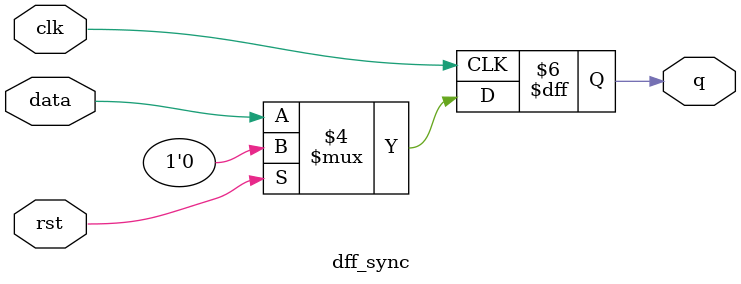
<source format=v>
module dff_sync (data, clk, rst, q);
	input data, clk, rst;
	output reg q;

	always @ (posedge clk)
	begin
		if (rst == 1'b1)
			q <= 1'b0;
		else
			q <= data;
	end
endmodule

</source>
